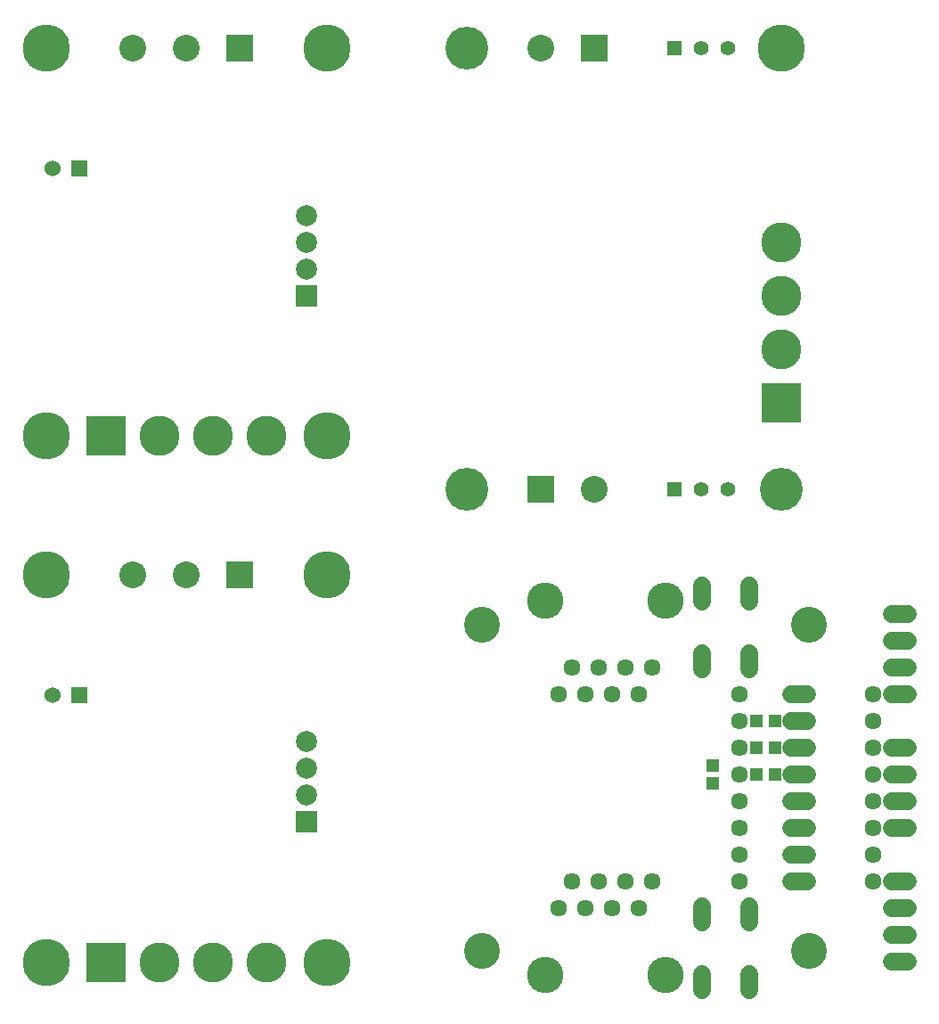
<source format=gbs>
G04 This is an RS-274x file exported by *
G04 gerbv version 2.6.1 *
G04 More information is available about gerbv at *
G04 http://gerbv.geda-project.org/ *
G04 --End of header info--*
%MOIN*%
%FSLAX34Y34*%
%IPPOS*%
G04 --Define apertures--*
%ADD10C,0.0059*%
%ADD11R,0.0600X0.0600*%
%ADD12C,0.0600*%
%ADD13C,0.1500*%
%ADD14R,0.1500X0.1500*%
%ADD15R,0.1000X0.1000*%
%ADD16C,0.1000*%
%ADD17C,0.1772*%
%ADD18R,0.0787X0.0787*%
%ADD19C,0.0787*%
%ADD20R,0.0550X0.0550*%
%ADD21C,0.0550*%
%ADD22C,0.1600*%
%ADD23C,0.0634*%
%ADD24C,0.1360*%
%ADD25C,0.0680*%
%ADD26R,0.0474X0.0513*%
%ADD27C,0.1340*%
G04 --Start main section--*
G54D11*
G01X0002750Y-006000D03*
G54D12*
G01X0001750Y-006000D03*
G54D13*
G01X0005750Y-016000D03*
G01X0007750Y-016000D03*
G54D14*
G01X0003750Y-016000D03*
G54D13*
G01X0009750Y-016000D03*
G54D15*
G01X0008750Y-001500D03*
G54D16*
G01X0006750Y-001500D03*
G01X0004750Y-001500D03*
G54D17*
G01X0012000Y-016000D03*
G01X0001500Y-016000D03*
G01X0012000Y-001500D03*
G01X0001500Y-001500D03*
G54D18*
G01X0011250Y-010750D03*
G54D19*
G01X0011250Y-009750D03*
G01X0011250Y-008750D03*
G01X0011250Y-007750D03*
G54D11*
G01X0002750Y-025685D03*
G54D12*
G01X0001750Y-025685D03*
G54D13*
G01X0005750Y-035685D03*
G01X0007750Y-035685D03*
G54D14*
G01X0003750Y-035685D03*
G54D13*
G01X0009750Y-035685D03*
G54D15*
G01X0008750Y-021185D03*
G54D16*
G01X0006750Y-021185D03*
G01X0004750Y-021185D03*
G54D17*
G01X0012000Y-035685D03*
G01X0001500Y-035685D03*
G01X0012000Y-021185D03*
G01X0001500Y-021185D03*
G54D18*
G01X0011250Y-030435D03*
G54D19*
G01X0011250Y-029435D03*
G01X0011250Y-028435D03*
G01X0011250Y-027435D03*
G54D20*
G01X0024998Y-001500D03*
G54D21*
G01X0025998Y-001500D03*
G01X0026998Y-001500D03*
G54D13*
G01X0028998Y-012750D03*
G01X0028998Y-010750D03*
G54D14*
G01X0028998Y-014750D03*
G54D13*
G01X0028998Y-008750D03*
G54D15*
G01X0019998Y-018000D03*
G54D16*
G01X0021998Y-018000D03*
G54D15*
G01X0021998Y-001500D03*
G54D16*
G01X0019998Y-001500D03*
G54D20*
G01X0024998Y-018000D03*
G54D21*
G01X0025998Y-018000D03*
G01X0026998Y-018000D03*
G54D17*
G01X0028998Y-001500D03*
G54D22*
G01X0028998Y-018000D03*
G01X0017248Y-018000D03*
G01X0017248Y-001500D03*
G01X0015748Y-039370D02*
G54D23*
G01X0020678Y-033666D03*
G01X0021678Y-033666D03*
G01X0022678Y-033666D03*
G01X0023678Y-033666D03*
G01X0023178Y-032666D03*
G01X0022178Y-032666D03*
G01X0021178Y-032666D03*
G01X0024178Y-032666D03*
G01X0027428Y-032666D03*
G01X0027428Y-031666D03*
G01X0027428Y-030666D03*
G01X0027428Y-029666D03*
G01X0027428Y-028666D03*
G01X0027428Y-027666D03*
G01X0027428Y-026666D03*
G01X0027428Y-025666D03*
G01X0024178Y-024666D03*
G01X0023178Y-024666D03*
G01X0022178Y-024666D03*
G01X0021178Y-024666D03*
G01X0020678Y-025666D03*
G01X0021678Y-025666D03*
G01X0022678Y-025666D03*
G01X0023678Y-025666D03*
G01X0032428Y-025666D03*
G01X0032428Y-026666D03*
G01X0032428Y-027666D03*
G01X0032428Y-028666D03*
G01X0032428Y-029666D03*
G01X0032428Y-030666D03*
G01X0032428Y-031666D03*
G01X0032428Y-032666D03*
G54D24*
G01X0024678Y-036166D03*
G01X0020178Y-036166D03*
G01X0020178Y-022166D03*
G01X0024678Y-022166D03*
G54D25*
G01X0026038Y-022186D02*
G01X0026038Y-021586D01*
G01X0027818Y-021586D02*
G01X0027818Y-022186D01*
G01X0027818Y-024146D02*
G01X0027818Y-024746D01*
G01X0029378Y-025666D02*
G01X0029978Y-025666D01*
G01X0029978Y-026666D02*
G01X0029378Y-026666D01*
G01X0029378Y-027666D02*
G01X0029978Y-027666D01*
G01X0029978Y-028666D02*
G01X0029378Y-028666D01*
G01X0029378Y-029666D02*
G01X0029978Y-029666D01*
G01X0029978Y-030666D02*
G01X0029378Y-030666D01*
G01X0029378Y-031666D02*
G01X0029978Y-031666D01*
G01X0029978Y-032666D02*
G01X0029378Y-032666D01*
G01X0027818Y-033586D02*
G01X0027818Y-034186D01*
G01X0026038Y-034186D02*
G01X0026038Y-033586D01*
G01X0026038Y-036146D02*
G01X0026038Y-036746D01*
G01X0027818Y-036746D02*
G01X0027818Y-036146D01*
G01X0033128Y-035666D02*
G01X0033728Y-035666D01*
G01X0033728Y-034666D02*
G01X0033128Y-034666D01*
G01X0033128Y-033666D02*
G01X0033728Y-033666D01*
G01X0033728Y-032666D02*
G01X0033128Y-032666D01*
G01X0033128Y-030666D02*
G01X0033728Y-030666D01*
G01X0033728Y-029666D02*
G01X0033128Y-029666D01*
G01X0033128Y-028666D02*
G01X0033728Y-028666D01*
G01X0033728Y-027666D02*
G01X0033128Y-027666D01*
G01X0033128Y-025666D02*
G01X0033728Y-025666D01*
G01X0033728Y-024666D02*
G01X0033128Y-024666D01*
G01X0033128Y-023666D02*
G01X0033728Y-023666D01*
G01X0033728Y-022666D02*
G01X0033128Y-022666D01*
G01X0026038Y-024146D02*
G01X0026038Y-024746D01*
G54D26*
G01X0028093Y-026666D03*
G01X0028763Y-026666D03*
G01X0028763Y-027666D03*
G01X0028093Y-027666D03*
G01X0028093Y-028666D03*
G01X0028763Y-028666D03*
G01X0026428Y-028332D03*
G01X0026428Y-029001D03*
G54D27*
G01X0017826Y-035269D03*
G01X0017826Y-023064D03*
G01X0030030Y-023064D03*
G01X0030030Y-035269D03*
M02*

</source>
